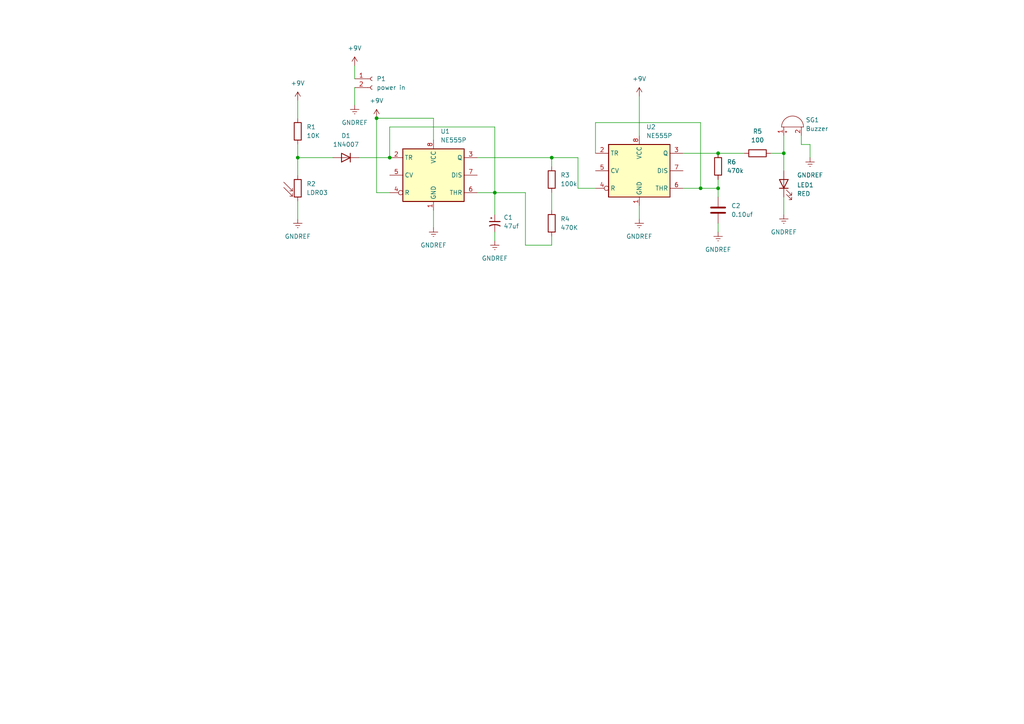
<source format=kicad_sch>
(kicad_sch (version 20211123) (generator eeschema)
  (paper "A4")
  (lib_symbols
    (symbol "Connector:Conn_01x02_Female" (pin_names (offset 1.016) hide)
      (property "Reference" "J" (at 0 2.54 0))
      (property "Value" "Conn_01x02_Female" (at 0 -5.08 0))
      (symbol "Conn_01x02_Female_1_1"
        (arc (start 0 -2.032) (mid -0.508 -2.54) (end 0 -3.048) (stroke (width 0.1524)))
        (polyline (pts (xy -1.27 -2.54) (xy -0.508 -2.54)) (stroke (width 0.1524)))
        (polyline (pts (xy -1.27 0) (xy -0.508 0)) (stroke (width 0.1524)))
        (arc (start 0 0.508) (mid -0.508 0) (end 0 -0.508) (stroke (width 0.1524)))
        (pin passive line (at -5.08 0 0) (length 3.81) (name "Pin_1") (number "1"))
        (pin passive line (at -5.08 -2.54 0) (length 3.81) (name "Pin_2") (number "2"))
      )
    )
    (symbol "Device:Buzzer" (pin_names (offset 0.0254) hide)
      (property "Reference" "BZ" (at 3.81 1.27 0))
      (property "Value" "Buzzer" (at 3.81 -1.27 0))
      (symbol "Buzzer_0_1"
        (arc (start 0 -3.175) (mid 3.175 0) (end 0 3.175))
        (polyline (pts (xy -1.651 1.905) (xy -1.143 1.905)))
        (polyline (pts (xy -1.397 2.159) (xy -1.397 1.651)))
        (polyline (pts (xy 0 3.175) (xy 0 -3.175)))
      )
      (symbol "Buzzer_1_1"
        (pin passive line (at -2.54 2.54 0) (length 2.54) (name "-") (number "1"))
        (pin passive line (at -2.54 -2.54 0) (length 2.54) (name "+") (number "2"))
      )
    )
    (symbol "Device:C" (pin_numbers hide) (pin_names (offset 0.254))
      (property "Reference" "C" (at 0.635 2.54 0))
      (property "Value" "C" (at 0.635 -2.54 0))
      (symbol "C_0_1"
        (polyline (pts (xy -2.032 -0.762) (xy 2.032 -0.762)) (stroke (width 0.508)))
        (polyline (pts (xy -2.032 0.762) (xy 2.032 0.762)) (stroke (width 0.508)))
      )
      (symbol "C_1_1"
        (pin passive line (at 0 3.81 270) (length 2.794) (name "~") (number "1"))
        (pin passive line (at 0 -3.81 90) (length 2.794) (name "~") (number "2"))
      )
    )
    (symbol "Device:C_Polarized_Small_US" (pin_numbers hide) (pin_names (offset 0.254) hide)
      (property "Reference" "C" (at 0.254 1.778 0))
      (property "Value" "C_Polarized_Small_US" (at 0.254 -2.032 0))
      (symbol "C_Polarized_Small_US_0_1"
        (polyline (pts (xy -1.524 0.508) (xy 1.524 0.508)) (stroke (width 0.3048)))
        (polyline (pts (xy -1.27 1.524) (xy -0.762 1.524)))
        (polyline (pts (xy -1.016 1.27) (xy -1.016 1.778)))
        (arc (start 1.524 -0.762) (mid 0 -0.3734) (end -1.524 -0.762) (stroke (width 0.3048)))
      )
      (symbol "C_Polarized_Small_US_1_1"
        (pin passive line (at 0 2.54 270) (length 2.032) (name "~") (number "1"))
        (pin passive line (at 0 -2.54 90) (length 2.032) (name "~") (number "2"))
      )
    )
    (symbol "Device:D" (pin_numbers hide) (pin_names (offset 1.016) hide)
      (property "Reference" "D" (at 0 2.54 0))
      (property "Value" "D" (at 0 -2.54 0))
      (symbol "D_0_1"
        (polyline (pts (xy -1.27 1.27) (xy -1.27 -1.27)) (stroke (width 0.254)))
        (polyline (pts (xy 1.27 0) (xy -1.27 0)))
        (polyline (pts (xy 1.27 1.27) (xy 1.27 -1.27) (xy -1.27 0) (xy 1.27 1.27)) (stroke (width 0.254)))
      )
      (symbol "D_1_1"
        (pin passive line (at -3.81 0 0) (length 2.54) (name "K") (number "1"))
        (pin passive line (at 3.81 0 180) (length 2.54) (name "A") (number "2"))
      )
    )
    (symbol "Device:LED" (pin_numbers hide) (pin_names (offset 1.016) hide)
      (property "Reference" "D" (at 0 2.54 0))
      (property "Value" "LED" (at 0 -2.54 0))
      (symbol "LED_0_1"
        (polyline (pts (xy -1.27 -1.27) (xy -1.27 1.27)) (stroke (width 0.254)))
        (polyline (pts (xy -1.27 0) (xy 1.27 0)))
        (polyline (pts (xy 1.27 -1.27) (xy 1.27 1.27) (xy -1.27 0) (xy 1.27 -1.27)) (stroke (width 0.254)))
        (polyline (pts (xy -3.048 -0.762) (xy -4.572 -2.286) (xy -3.81 -2.286) (xy -4.572 -2.286) (xy -4.572 -1.524)))
        (polyline (pts (xy -1.778 -0.762) (xy -3.302 -2.286) (xy -2.54 -2.286) (xy -3.302 -2.286) (xy -3.302 -1.524)))
      )
      (symbol "LED_1_1"
        (pin passive line (at -3.81 0 0) (length 2.54) (name "K") (number "1"))
        (pin passive line (at 3.81 0 180) (length 2.54) (name "A") (number "2"))
      )
    )
    (symbol "Device:R" (pin_numbers hide) (pin_names (offset 0))
      (property "Reference" "R" (at 2.032 0 90))
      (property "Value" "R" (at 0 0 90))
      (symbol "R_0_1"
        (rectangle (start -1.016 -2.54) (end 1.016 2.54) (stroke (width 0.254)))
      )
      (symbol "R_1_1"
        (pin passive line (at 0 3.81 270) (length 1.27) (name "~") (number "1"))
        (pin passive line (at 0 -3.81 90) (length 1.27) (name "~") (number "2"))
      )
    )
    (symbol "Sensor_Optical:LDR03" (pin_numbers hide) (pin_names (offset 0))
      (property "Reference" "R" (at -5.08 0 90))
      (property "Value" "LDR03" (at 1.905 0 90))
      (symbol "LDR03_0_1"
        (rectangle (start -1.016 2.54) (end 1.016 -2.54) (stroke (width 0.254)))
        (polyline (pts (xy -1.524 -2.286) (xy -4.064 0.254)))
        (polyline (pts (xy -1.524 -2.286) (xy -2.286 -2.286)))
        (polyline (pts (xy -1.524 -2.286) (xy -1.524 -1.524)))
        (polyline (pts (xy -1.524 -0.762) (xy -4.064 1.778)))
        (polyline (pts (xy -1.524 -0.762) (xy -2.286 -0.762)))
        (polyline (pts (xy -1.524 -0.762) (xy -1.524 0)))
      )
      (symbol "LDR03_1_1"
        (pin passive line (at 0 3.81 270) (length 1.27) (name "~") (number "1"))
        (pin passive line (at 0 -3.81 90) (length 1.27) (name "~") (number "2"))
      )
    )
    (symbol "Timer:NE555P"
      (property "Reference" "U" (at -10.16 8.89 0))
      (property "Value" "NE555P" (at 2.54 8.89 0))
      (symbol "NE555P_0_0"
        (pin power_in line (at 0 -10.16 90) (length 2.54) (name "GND") (number "1"))
        (pin power_in line (at 0 10.16 270) (length 2.54) (name "VCC") (number "8"))
      )
      (symbol "NE555P_0_1"
        (rectangle (start -8.89 -7.62) (end 8.89 7.62) (stroke (width 0.254)) (fill (type background)))
        (rectangle (start -8.89 -7.62) (end 8.89 7.62) (stroke (width 0.254)) (fill (type background)))
      )
      (symbol "NE555P_1_1"
        (pin input line (at -12.7 5.08 0) (length 3.81) (name "TR") (number "2"))
        (pin output line (at 12.7 5.08 180) (length 3.81) (name "Q") (number "3"))
        (pin input inverted (at -12.7 -5.08 0) (length 3.81) (name "R") (number "4"))
        (pin input line (at -12.7 0 0) (length 3.81) (name "CV") (number "5"))
        (pin input line (at 12.7 -5.08 180) (length 3.81) (name "THR") (number "6"))
        (pin input line (at 12.7 0 180) (length 3.81) (name "DIS") (number "7"))
      )
    )
    (symbol "power:+9V" (power) (pin_names (offset 0))
      (property "Value" "+9V" (at 0 3.556 0))
      (symbol "+9V_0_1"
        (polyline (pts (xy -0.762 1.27) (xy 0 2.54)))
        (polyline (pts (xy 0 0) (xy 0 2.54)))
        (polyline (pts (xy 0 2.54) (xy 0.762 1.27)))
      )
      (symbol "+9V_1_1"
        (pin power_in line (at 0 0 90) (length 0) hide (name "+9V") (number "1"))
      )
    )
    (symbol "power:GNDREF" (power) (pin_names (offset 0))
      (property "Value" "GNDREF" (at 0 -3.81 0))
      (symbol "GNDREF_0_1"
        (polyline (pts (xy -0.635 -1.905) (xy 0.635 -1.905)))
        (polyline (pts (xy -0.127 -2.54) (xy 0.127 -2.54)))
        (polyline (pts (xy 0 -1.27) (xy 0 0)))
        (polyline (pts (xy 1.27 -1.27) (xy -1.27 -1.27)))
      )
      (symbol "GNDREF_1_1"
        (pin power_in line (at 0 0 270) (length 0) hide (name "GNDREF") (number "1"))
      )
    )
  )
  (junction (at 203.2 54.61))
  (junction (at 227.33 44.45))
  (junction (at 160.02 45.72))
  (junction (at 143.51 55.88))
  (junction (at 109.22 34.29))
  (junction (at 208.28 44.45))
  (junction (at 113.03 45.72))
  (junction (at 208.28 54.61))
  (junction (at 86.36 45.72))
  (wire (pts (xy 208.28 44.45) (xy 215.9 44.45)))
  (wire (pts (xy 86.36 41.91) (xy 86.36 45.72)))
  (wire (pts (xy 208.28 54.61) (xy 208.28 57.15)))
  (wire (pts (xy 203.2 54.61) (xy 198.12 54.61)))
  (wire (pts (xy 203.2 35.56) (xy 203.2 54.61)))
  (wire (pts (xy 172.72 44.45) (xy 172.72 35.56)))
  (wire (pts (xy 232.41 39.37) (xy 232.41 41.91)))
  (wire (pts (xy 86.36 29.21) (xy 86.36 34.29)))
  (wire (pts (xy 152.4 71.12) (xy 160.02 71.12)))
  (wire (pts (xy 109.22 55.88) (xy 113.03 55.88)))
  (wire (pts (xy 160.02 55.88) (xy 160.02 60.96)))
  (wire (pts (xy 227.33 57.15) (xy 227.33 62.23)))
  (wire (pts (xy 143.51 36.83) (xy 143.51 55.88)))
  (wire (pts (xy 113.03 36.83) (xy 113.03 45.72)))
  (wire (pts (xy 232.41 41.91) (xy 234.95 41.91)))
  (wire (pts (xy 172.72 35.56) (xy 203.2 35.56)))
  (wire (pts (xy 223.52 44.45) (xy 227.33 44.45)))
  (wire (pts (xy 143.51 55.88) (xy 143.51 62.23)))
  (wire (pts (xy 208.28 52.07) (xy 208.28 54.61)))
  (wire (pts (xy 143.51 55.88) (xy 152.4 55.88)))
  (wire (pts (xy 86.36 58.42) (xy 86.36 63.5)))
  (wire (pts (xy 104.14 45.72) (xy 113.03 45.72)))
  (wire (pts (xy 143.51 67.31) (xy 143.51 69.85)))
  (wire (pts (xy 102.87 19.05) (xy 102.87 22.86)))
  (wire (pts (xy 125.73 60.96) (xy 125.73 66.04)))
  (wire (pts (xy 167.64 45.72) (xy 167.64 54.61)))
  (wire (pts (xy 125.73 40.64) (xy 125.73 34.29)))
  (wire (pts (xy 152.4 55.88) (xy 152.4 71.12)))
  (wire (pts (xy 185.42 27.94) (xy 185.42 39.37)))
  (wire (pts (xy 208.28 64.77) (xy 208.28 67.31)))
  (wire (pts (xy 198.12 44.45) (xy 208.28 44.45)))
  (wire (pts (xy 160.02 45.72) (xy 160.02 48.26)))
  (wire (pts (xy 160.02 71.12) (xy 160.02 68.58)))
  (wire (pts (xy 167.64 54.61) (xy 172.72 54.61)))
  (wire (pts (xy 86.36 45.72) (xy 96.52 45.72)))
  (wire (pts (xy 143.51 55.88) (xy 138.43 55.88)))
  (wire (pts (xy 208.28 54.61) (xy 203.2 54.61)))
  (wire (pts (xy 143.51 36.83) (xy 113.03 36.83)))
  (wire (pts (xy 86.36 45.72) (xy 86.36 50.8)))
  (wire (pts (xy 109.22 34.29) (xy 109.22 55.88)))
  (wire (pts (xy 227.33 44.45) (xy 227.33 39.37)))
  (wire (pts (xy 227.33 44.45) (xy 227.33 49.53)))
  (wire (pts (xy 234.95 41.91) (xy 234.95 45.72)))
  (wire (pts (xy 125.73 34.29) (xy 109.22 34.29)))
  (wire (pts (xy 185.42 59.69) (xy 185.42 63.5)))
  (wire (pts (xy 160.02 45.72) (xy 167.64 45.72)))
  (wire (pts (xy 138.43 45.72) (xy 160.02 45.72)))
  (wire (pts (xy 102.87 25.4) (xy 102.87 30.48)))
  (symbol (lib_id "power:GNDREF") (at 234.95 45.72 0) (unit 1)
    (property "Reference" "#PWR0112" (effects hide))
    (property "Value" "GNDREF" (at 234.95 50.8 0))
  )
  (symbol (lib_id "power:GNDREF") (at 208.28 67.31 0) (unit 1)
    (property "Reference" "#PWR0110" (effects hide))
    (property "Value" "GNDREF" (at 208.28 72.39 0))
  )
  (symbol (lib_id "power:GNDREF") (at 86.36 63.5 0) (unit 1)
    (property "Reference" "#PWR0104" (effects hide))
    (property "Value" "GNDREF" (at 86.36 68.58 0))
  )
  (symbol (lib_id "Device:R") (at 160.02 52.07 0) (unit 1)
    (property "Reference" "R3" (at 162.56 50.7999 0) (effects (justify left)))
    (property "Value" "100k" (at 162.56 53.3399 0) (effects (justify left)))
    (property "Footprint" "Resistor_THT:R_Axial_DIN0207_L6.3mm_D2.5mm_P7.62mm_Horizontal" (effects hide))
  )
  (symbol (lib_id "power:+9V") (at 86.36 29.21 0) (unit 1)
    (property "Reference" "#PWR0101" (effects hide))
    (property "Value" "+9V" (at 86.36 24.13 0))
  )
  (symbol (lib_id "Device:R") (at 160.02 64.77 0) (unit 1)
    (property "Reference" "R4" (at 162.56 63.4999 0) (effects (justify left)))
    (property "Value" "470K" (at 162.56 66.0399 0) (effects (justify left)))
    (property "Footprint" "Resistor_THT:R_Axial_DIN0207_L6.3mm_D2.5mm_P7.62mm_Horizontal" (effects hide))
  )
  (symbol (lib_id "power:GNDREF") (at 125.73 66.04 0) (unit 1)
    (property "Reference" "#PWR0102" (effects hide))
    (property "Value" "GNDREF" (at 125.73 71.12 0))
  )
  (symbol (lib_id "power:GNDREF") (at 102.87 30.48 0) (unit 1)
    (property "Reference" "#PWR0107" (effects hide))
    (property "Value" "GNDREF" (at 102.87 35.56 0))
  )
  (symbol (lib_id "Device:Buzzer") (at 229.87 36.83 90) (unit 1)
    (property "Reference" "SG1" (at 233.68 34.7979 90) (effects (justify right)))
    (property "Value" "Buzzer" (at 233.68 37.3379 90) (effects (justify right)))
    (property "Footprint" "Buzzer_Beeper:Buzzer_D14mm_H7mm_P10mm" (effects hide))
  )
  (symbol (lib_id "power:+9V") (at 185.42 27.94 0) (unit 1)
    (property "Reference" "#PWR0108" (effects hide))
    (property "Value" "+9V" (at 185.42 22.86 0))
  )
  (symbol (lib_id "Timer:NE555P") (at 185.42 49.53 0) (unit 1)
    (property "Reference" "U2" (at 187.4394 36.83 0) (effects (justify left)))
    (property "Value" "NE555P" (at 187.4394 39.37 0) (effects (justify left)))
    (property "Footprint" "Package_DIP:DIP-8_W7.62mm" (effects hide))
    (property "Datasheet" "http://www.ti.com/lit/ds/symlink/ne555.pdf" (effects hide))
  )
  (symbol (lib_id "Device:C") (at 208.28 60.96 0) (unit 1)
    (property "Reference" "C2" (at 212.09 59.6899 0) (effects (justify left)))
    (property "Value" "0.10uf" (at 212.09 62.2299 0) (effects (justify left)))
    (property "Footprint" "Capacitor_THT:C_Radial_D4.0mm_H5.0mm_P1.50mm" (effects hide))
  )
  (symbol (lib_id "Sensor_Optical:LDR03") (at 86.36 54.61 0) (unit 1)
    (property "Reference" "R2" (at 88.9 53.3399 0) (effects (justify left)))
    (property "Value" "LDR03" (at 88.9 55.8799 0) (effects (justify left)))
    (property "Footprint" "OptoDevice:R_LDR_10x8.5mm_P7.6mm_Vertical" (effects hide))
    (property "Datasheet" "http://www.elektronica-componenten.nl/WebRoot/StoreNL/Shops/61422969/54F1/BA0C/C664/31B9/2173/C0A8/2AB9/2AEF/LDR03IMP.pdf" (effects hide))
  )
  (symbol (lib_id "power:GNDREF") (at 185.42 63.5 0) (unit 1)
    (property "Reference" "#PWR0109" (effects hide))
    (property "Value" "GNDREF" (at 185.42 68.58 0))
  )
  (symbol (lib_id "power:GNDREF") (at 227.33 62.23 0) (unit 1)
    (property "Reference" "#PWR0111" (effects hide))
    (property "Value" "GNDREF" (at 227.33 67.31 0))
  )
  (symbol (lib_id "Device:LED") (at 227.33 53.34 90) (unit 1)
    (property "Reference" "LED1" (at 231.14 53.6574 90) (effects (justify right)))
    (property "Value" "RED" (at 231.14 56.1974 90) (effects (justify right)))
    (property "Footprint" "LED_THT:LED_D3.0mm" (effects hide))
  )
  (symbol (lib_id "power:+9V") (at 102.87 19.05 0) (unit 1)
    (property "Reference" "#PWR0106" (effects hide))
    (property "Value" "+9V" (at 102.87 13.97 0))
  )
  (symbol (lib_id "power:+9V") (at 109.22 34.29 0) (unit 1)
    (property "Reference" "#PWR0105" (effects hide))
    (property "Value" "+9V" (at 109.22 29.21 0))
  )
  (symbol (lib_id "Device:R") (at 219.71 44.45 90) (unit 1)
    (property "Reference" "R5" (at 219.71 38.1 90))
    (property "Value" "100" (at 219.71 40.64 90))
    (property "Footprint" "Resistor_THT:R_Axial_DIN0207_L6.3mm_D2.5mm_P7.62mm_Horizontal" (effects hide))
  )
  (symbol (lib_id "Timer:NE555P") (at 125.73 50.8 0) (unit 1)
    (property "Reference" "U1" (at 127.7494 38.1 0) (effects (justify left)))
    (property "Value" "NE555P" (at 127.7494 40.64 0) (effects (justify left)))
    (property "Footprint" "Package_DIP:DIP-8_W7.62mm" (effects hide))
    (property "Datasheet" "http://www.ti.com/lit/ds/symlink/ne555.pdf" (effects hide))
  )
  (symbol (lib_id "Device:R") (at 208.28 48.26 0) (unit 1)
    (property "Reference" "R6" (at 210.82 46.9899 0) (effects (justify left)))
    (property "Value" "470k" (at 210.82 49.5299 0) (effects (justify left)))
    (property "Footprint" "Resistor_THT:R_Axial_DIN0207_L6.3mm_D2.5mm_P7.62mm_Horizontal" (effects hide))
  )
  (symbol (lib_id "Device:R") (at 86.36 38.1 0) (unit 1)
    (property "Reference" "R1" (at 88.9 36.8299 0) (effects (justify left)))
    (property "Value" "10K" (at 88.9 39.3699 0) (effects (justify left)))
    (property "Footprint" "Resistor_THT:R_Axial_DIN0207_L6.3mm_D2.5mm_P7.62mm_Horizontal" (effects hide))
  )
  (symbol (lib_id "power:GNDREF") (at 143.51 69.85 0) (unit 1)
    (property "Reference" "#PWR0103" (effects hide))
    (property "Value" "GNDREF" (at 143.51 74.93 0))
  )
  (symbol (lib_id "Connector:Conn_01x02_Female") (at 107.95 22.86 0) (unit 1)
    (property "Reference" "P1" (at 109.22 22.8599 0) (effects (justify left)))
    (property "Value" "power in" (at 109.22 25.3999 0) (effects (justify left)))
    (property "Footprint" "Connector:JWT_A3963_1x02_P3.96mm_Vertical" (effects hide))
  )
  (symbol (lib_id "Device:C_Polarized_Small_US") (at 143.51 64.77 0) (unit 1)
    (property "Reference" "C1" (at 146.05 63.0681 0) (effects (justify left)))
    (property "Value" "47uf" (at 146.05 65.6081 0) (effects (justify left)))
    (property "Footprint" "Capacitor_THT:CP_Radial_D4.0mm_P1.50mm" (effects hide))
  )
  (symbol (lib_id "Device:D") (at 100.33 45.72 180) (unit 1)
    (property "Reference" "D1" (at 100.33 39.37 0))
    (property "Value" "1N4007" (at 100.33 41.91 0))
    (property "Footprint" "Diode_THT:D_A-405_P10.16mm_Horizontal" (effects hide))
  )
)
</source>
